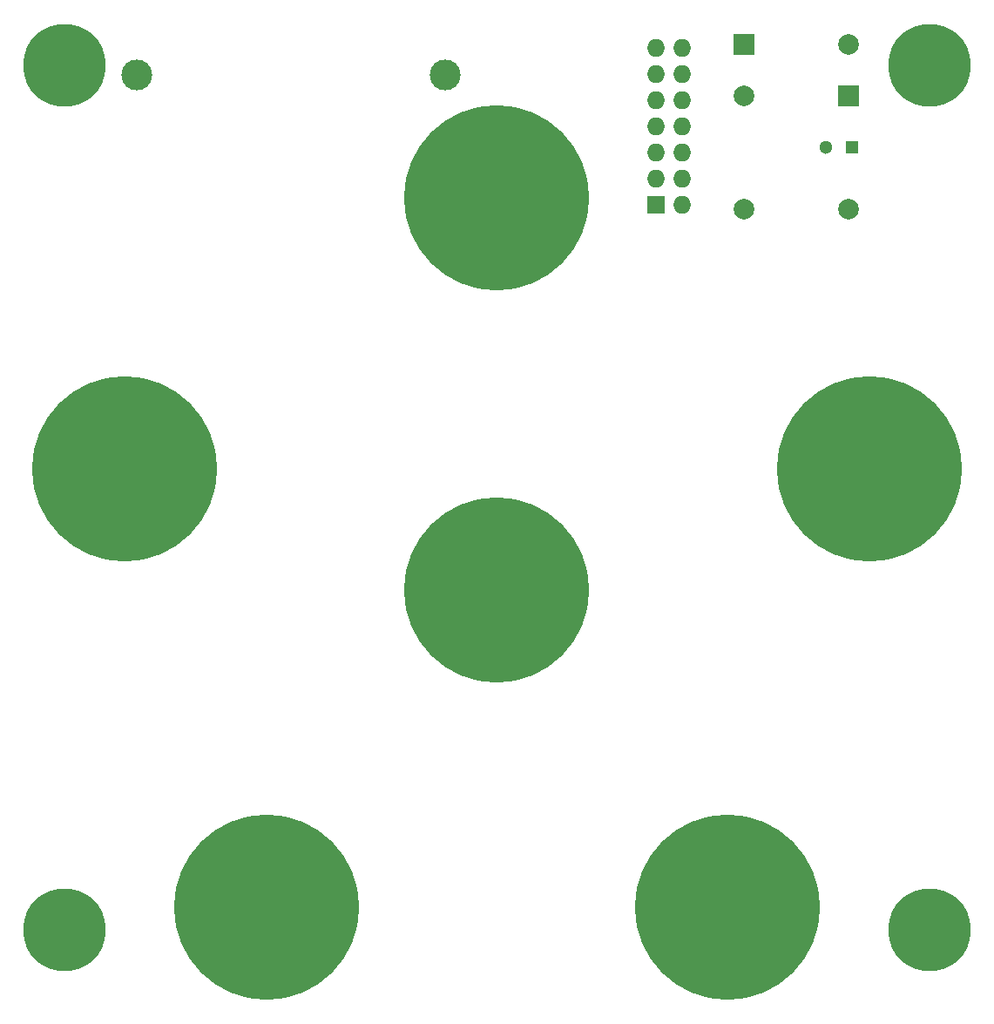
<source format=gbr>
G04 #@! TF.FileFunction,Soldermask,Top*
%FSLAX46Y46*%
G04 Gerber Fmt 4.6, Leading zero omitted, Abs format (unit mm)*
G04 Created by KiCad (PCBNEW 4.0.2+dfsg1-stable) date Mon 14 Nov 2016 02:15:01 PM EST*
%MOMM*%
G01*
G04 APERTURE LIST*
%ADD10C,0.100000*%
%ADD11C,8.000000*%
%ADD12R,1.300000X1.300000*%
%ADD13C,1.300000*%
%ADD14C,1.998980*%
%ADD15R,1.998980X1.998980*%
%ADD16R,1.727200X1.727200*%
%ADD17O,1.727200X1.727200*%
%ADD18C,18.000000*%
%ADD19C,3.000000*%
G04 APERTURE END LIST*
D10*
D11*
X78000000Y-58000000D03*
X162000000Y-58000000D03*
X78000000Y-142000000D03*
D12*
X154500000Y-66000000D03*
D13*
X152000000Y-66000000D03*
D14*
X154160000Y-56002540D03*
D15*
X144000000Y-56002540D03*
D14*
X144000000Y-61000000D03*
D15*
X154160000Y-61000000D03*
D16*
X135460000Y-71620000D03*
D17*
X138000000Y-71620000D03*
X135460000Y-69080000D03*
X138000000Y-69080000D03*
X135460000Y-66540000D03*
X138000000Y-66540000D03*
X135460000Y-64000000D03*
X138000000Y-64000000D03*
X135460000Y-61460000D03*
X138000000Y-61460000D03*
X135460000Y-58920000D03*
X138000000Y-58920000D03*
X135460000Y-56380000D03*
X138000000Y-56380000D03*
D18*
X120000000Y-70900000D03*
X156200000Y-97200000D03*
X142400000Y-139800000D03*
X97600000Y-139800000D03*
X83800000Y-97200000D03*
X120000000Y-109000000D03*
D14*
X154160000Y-72000000D03*
X144000000Y-72000000D03*
D19*
X85000000Y-59000000D03*
X115000000Y-59000000D03*
D11*
X162000000Y-142000000D03*
M02*

</source>
